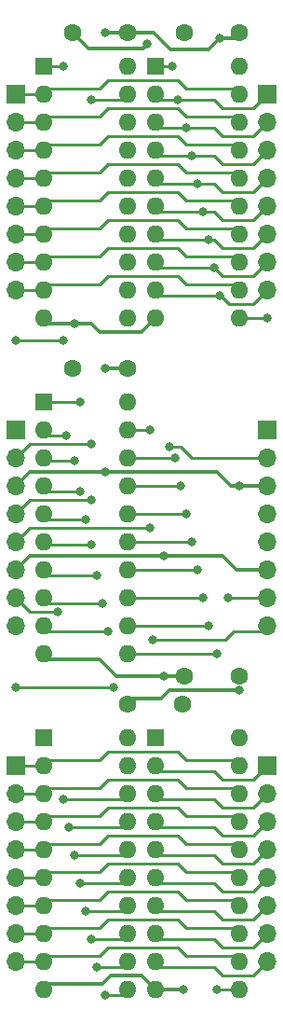
<source format=gbr>
%TF.GenerationSoftware,KiCad,Pcbnew,(5.1.8)-1*%
%TF.CreationDate,2022-06-03T11:47:02-06:00*%
%TF.ProjectId,Bus_Bridge,4275735f-4272-4696-9467-652e6b696361,rev?*%
%TF.SameCoordinates,Original*%
%TF.FileFunction,Copper,L1,Top*%
%TF.FilePolarity,Positive*%
%FSLAX46Y46*%
G04 Gerber Fmt 4.6, Leading zero omitted, Abs format (unit mm)*
G04 Created by KiCad (PCBNEW (5.1.8)-1) date 2022-06-03 11:47:02*
%MOMM*%
%LPD*%
G01*
G04 APERTURE LIST*
%TA.AperFunction,ComponentPad*%
%ADD10O,1.700000X1.700000*%
%TD*%
%TA.AperFunction,ComponentPad*%
%ADD11R,1.700000X1.700000*%
%TD*%
%TA.AperFunction,ComponentPad*%
%ADD12O,1.600000X1.600000*%
%TD*%
%TA.AperFunction,ComponentPad*%
%ADD13R,1.600000X1.600000*%
%TD*%
%TA.AperFunction,ComponentPad*%
%ADD14C,1.600000*%
%TD*%
%TA.AperFunction,ViaPad*%
%ADD15C,0.800000*%
%TD*%
%TA.AperFunction,Conductor*%
%ADD16C,0.330200*%
%TD*%
%TA.AperFunction,Conductor*%
%ADD17C,0.250000*%
%TD*%
G04 APERTURE END LIST*
D10*
%TO.P,J6,8*%
%TO.N,/BUS_D7*%
X104140000Y-111760000D03*
%TO.P,J6,7*%
%TO.N,/BUS_D6*%
X104140000Y-109220000D03*
%TO.P,J6,6*%
%TO.N,/BUS_D5*%
X104140000Y-106680000D03*
%TO.P,J6,5*%
%TO.N,/BUS_D4*%
X104140000Y-104140000D03*
%TO.P,J6,4*%
%TO.N,/BUS_D3*%
X104140000Y-101600000D03*
%TO.P,J6,3*%
%TO.N,/BUS_D2*%
X104140000Y-99060000D03*
%TO.P,J6,2*%
%TO.N,/BUS_D1*%
X104140000Y-96520000D03*
D11*
%TO.P,J6,1*%
%TO.N,/BUS_D0*%
X104140000Y-93980000D03*
%TD*%
D10*
%TO.P,J5,8*%
%TO.N,/8_15_573_E*%
X104140000Y-142240000D03*
%TO.P,J5,7*%
%TO.N,/8_15_573_LATCH*%
X104140000Y-139700000D03*
%TO.P,J5,6*%
%TO.N,/GND*%
X104140000Y-137160000D03*
%TO.P,J5,5*%
%TO.N,Net-(J5-Pad5)*%
X104140000Y-134620000D03*
%TO.P,J5,4*%
%TO.N,Net-(J5-Pad4)*%
X104140000Y-132080000D03*
%TO.P,J5,3*%
%TO.N,/5+*%
X104140000Y-129540000D03*
%TO.P,J5,2*%
%TO.N,/0_7_573_E*%
X104140000Y-127000000D03*
D11*
%TO.P,J5,1*%
%TO.N,/0_7_573_LATCH*%
X104140000Y-124460000D03*
%TD*%
D10*
%TO.P,J4,8*%
%TO.N,/BUS_D15*%
X104140000Y-172720000D03*
%TO.P,J4,7*%
%TO.N,/BUS_D14*%
X104140000Y-170180000D03*
%TO.P,J4,6*%
%TO.N,/BUS_D13*%
X104140000Y-167640000D03*
%TO.P,J4,5*%
%TO.N,/BUS_D12*%
X104140000Y-165100000D03*
%TO.P,J4,4*%
%TO.N,/BUS_D11*%
X104140000Y-162560000D03*
%TO.P,J4,3*%
%TO.N,/BUS_D10*%
X104140000Y-160020000D03*
%TO.P,J4,2*%
%TO.N,/BUS_D9*%
X104140000Y-157480000D03*
D11*
%TO.P,J4,1*%
%TO.N,/BUS_D8*%
X104140000Y-154940000D03*
%TD*%
D10*
%TO.P,J3,8*%
%TO.N,/8_15_245_E*%
X81280000Y-142240000D03*
%TO.P,J3,7*%
%TO.N,/8_15_245_DIR*%
X81280000Y-139700000D03*
%TO.P,J3,6*%
%TO.N,/GND*%
X81280000Y-137160000D03*
%TO.P,J3,5*%
%TO.N,/BRIDGE_E*%
X81280000Y-134620000D03*
%TO.P,J3,4*%
%TO.N,/BRIDGE_DIR*%
X81280000Y-132080000D03*
%TO.P,J3,3*%
%TO.N,/5+*%
X81280000Y-129540000D03*
%TO.P,J3,2*%
%TO.N,/0_7_245_E*%
X81280000Y-127000000D03*
D11*
%TO.P,J3,1*%
%TO.N,/0_7_245_DIR*%
X81280000Y-124460000D03*
%TD*%
D10*
%TO.P,J2,8*%
%TO.N,/CPU_D15*%
X81280000Y-172720000D03*
%TO.P,J2,7*%
%TO.N,/CPU_D14*%
X81280000Y-170180000D03*
%TO.P,J2,6*%
%TO.N,/CPU_D13*%
X81280000Y-167640000D03*
%TO.P,J2,5*%
%TO.N,/CPU_D12*%
X81280000Y-165100000D03*
%TO.P,J2,4*%
%TO.N,/CPU_D11*%
X81280000Y-162560000D03*
%TO.P,J2,3*%
%TO.N,/CPU_D10*%
X81280000Y-160020000D03*
%TO.P,J2,2*%
%TO.N,/CPU_D9*%
X81280000Y-157480000D03*
D11*
%TO.P,J2,1*%
%TO.N,/CPU_D8*%
X81280000Y-154940000D03*
%TD*%
D10*
%TO.P,J1,8*%
%TO.N,/CPU_D7*%
X81280000Y-111760000D03*
%TO.P,J1,7*%
%TO.N,/CPU_D6*%
X81280000Y-109220000D03*
%TO.P,J1,6*%
%TO.N,/CPU_D5*%
X81280000Y-106680000D03*
%TO.P,J1,5*%
%TO.N,/CPU_D4*%
X81280000Y-104140000D03*
%TO.P,J1,4*%
%TO.N,/CPU_D3*%
X81280000Y-101600000D03*
%TO.P,J1,3*%
%TO.N,/CPU_D2*%
X81280000Y-99060000D03*
%TO.P,J1,2*%
%TO.N,/CPU_D1*%
X81280000Y-96520000D03*
D11*
%TO.P,J1,1*%
%TO.N,/CPU_D0*%
X81280000Y-93980000D03*
%TD*%
D12*
%TO.P,U5,20*%
%TO.N,/5+*%
X101600000Y-91440000D03*
%TO.P,U5,10*%
%TO.N,/GND*%
X93980000Y-114300000D03*
%TO.P,U5,19*%
%TO.N,/CPU_D0*%
X101600000Y-93980000D03*
%TO.P,U5,9*%
%TO.N,/BUS_D7*%
X93980000Y-111760000D03*
%TO.P,U5,18*%
%TO.N,/CPU_D1*%
X101600000Y-96520000D03*
%TO.P,U5,8*%
%TO.N,/BUS_D6*%
X93980000Y-109220000D03*
%TO.P,U5,17*%
%TO.N,/CPU_D2*%
X101600000Y-99060000D03*
%TO.P,U5,7*%
%TO.N,/BUS_D5*%
X93980000Y-106680000D03*
%TO.P,U5,16*%
%TO.N,/CPU_D3*%
X101600000Y-101600000D03*
%TO.P,U5,6*%
%TO.N,/BUS_D4*%
X93980000Y-104140000D03*
%TO.P,U5,15*%
%TO.N,/CPU_D4*%
X101600000Y-104140000D03*
%TO.P,U5,5*%
%TO.N,/BUS_D3*%
X93980000Y-101600000D03*
%TO.P,U5,14*%
%TO.N,/CPU_D5*%
X101600000Y-106680000D03*
%TO.P,U5,4*%
%TO.N,/BUS_D2*%
X93980000Y-99060000D03*
%TO.P,U5,13*%
%TO.N,/CPU_D6*%
X101600000Y-109220000D03*
%TO.P,U5,3*%
%TO.N,/BUS_D1*%
X93980000Y-96520000D03*
%TO.P,U5,12*%
%TO.N,/CPU_D7*%
X101600000Y-111760000D03*
%TO.P,U5,2*%
%TO.N,/BUS_D0*%
X93980000Y-93980000D03*
%TO.P,U5,11*%
%TO.N,/0_7_573_LATCH*%
X101600000Y-114300000D03*
D13*
%TO.P,U5,1*%
%TO.N,/0_7_573_E*%
X93980000Y-91440000D03*
%TD*%
D12*
%TO.P,U4,20*%
%TO.N,/5+*%
X101600000Y-152400000D03*
%TO.P,U4,10*%
%TO.N,/GND*%
X93980000Y-175260000D03*
%TO.P,U4,19*%
%TO.N,/CPU_D8*%
X101600000Y-154940000D03*
%TO.P,U4,9*%
%TO.N,/BUS_D15*%
X93980000Y-172720000D03*
%TO.P,U4,18*%
%TO.N,/CPU_D9*%
X101600000Y-157480000D03*
%TO.P,U4,8*%
%TO.N,/BUS_D14*%
X93980000Y-170180000D03*
%TO.P,U4,17*%
%TO.N,/CPU_D10*%
X101600000Y-160020000D03*
%TO.P,U4,7*%
%TO.N,/BUS_D13*%
X93980000Y-167640000D03*
%TO.P,U4,16*%
%TO.N,/CPU_D11*%
X101600000Y-162560000D03*
%TO.P,U4,6*%
%TO.N,/BUS_D12*%
X93980000Y-165100000D03*
%TO.P,U4,15*%
%TO.N,/CPU_D12*%
X101600000Y-165100000D03*
%TO.P,U4,5*%
%TO.N,/BUS_D11*%
X93980000Y-162560000D03*
%TO.P,U4,14*%
%TO.N,/CPU_D13*%
X101600000Y-167640000D03*
%TO.P,U4,4*%
%TO.N,/BUS_D10*%
X93980000Y-160020000D03*
%TO.P,U4,13*%
%TO.N,/CPU_D14*%
X101600000Y-170180000D03*
%TO.P,U4,3*%
%TO.N,/BUS_D9*%
X93980000Y-157480000D03*
%TO.P,U4,12*%
%TO.N,/CPU_D15*%
X101600000Y-172720000D03*
%TO.P,U4,2*%
%TO.N,/BUS_D8*%
X93980000Y-154940000D03*
%TO.P,U4,11*%
%TO.N,/8_15_573_LATCH*%
X101600000Y-175260000D03*
D13*
%TO.P,U4,1*%
%TO.N,/8_15_573_E*%
X93980000Y-152400000D03*
%TD*%
D12*
%TO.P,U3,20*%
%TO.N,/5+*%
X91440000Y-121920000D03*
%TO.P,U3,10*%
%TO.N,/GND*%
X83820000Y-144780000D03*
%TO.P,U3,19*%
%TO.N,/BRIDGE_E*%
X91440000Y-124460000D03*
%TO.P,U3,9*%
%TO.N,/BUS_D15*%
X83820000Y-142240000D03*
%TO.P,U3,18*%
%TO.N,/BUS_D0*%
X91440000Y-127000000D03*
%TO.P,U3,8*%
%TO.N,/BUS_D14*%
X83820000Y-139700000D03*
%TO.P,U3,17*%
%TO.N,/BUS_D1*%
X91440000Y-129540000D03*
%TO.P,U3,7*%
%TO.N,/BUS_D13*%
X83820000Y-137160000D03*
%TO.P,U3,16*%
%TO.N,/BUS_D2*%
X91440000Y-132080000D03*
%TO.P,U3,6*%
%TO.N,/BUS_D12*%
X83820000Y-134620000D03*
%TO.P,U3,15*%
%TO.N,/BUS_D3*%
X91440000Y-134620000D03*
%TO.P,U3,5*%
%TO.N,/BUS_D11*%
X83820000Y-132080000D03*
%TO.P,U3,14*%
%TO.N,/BUS_D4*%
X91440000Y-137160000D03*
%TO.P,U3,4*%
%TO.N,/BUS_D10*%
X83820000Y-129540000D03*
%TO.P,U3,13*%
%TO.N,/BUS_D5*%
X91440000Y-139700000D03*
%TO.P,U3,3*%
%TO.N,/BUS_D9*%
X83820000Y-127000000D03*
%TO.P,U3,12*%
%TO.N,/BUS_D6*%
X91440000Y-142240000D03*
%TO.P,U3,2*%
%TO.N,/BUS_D8*%
X83820000Y-124460000D03*
%TO.P,U3,11*%
%TO.N,/BUS_D7*%
X91440000Y-144780000D03*
D13*
%TO.P,U3,1*%
%TO.N,/BRIDGE_DIR*%
X83820000Y-121920000D03*
%TD*%
D12*
%TO.P,U2,20*%
%TO.N,/5+*%
X91440000Y-152400000D03*
%TO.P,U2,10*%
%TO.N,/GND*%
X83820000Y-175260000D03*
%TO.P,U2,19*%
%TO.N,/8_15_245_E*%
X91440000Y-154940000D03*
%TO.P,U2,9*%
%TO.N,/CPU_D15*%
X83820000Y-172720000D03*
%TO.P,U2,18*%
%TO.N,/BUS_D8*%
X91440000Y-157480000D03*
%TO.P,U2,8*%
%TO.N,/CPU_D14*%
X83820000Y-170180000D03*
%TO.P,U2,17*%
%TO.N,/BUS_D9*%
X91440000Y-160020000D03*
%TO.P,U2,7*%
%TO.N,/CPU_D13*%
X83820000Y-167640000D03*
%TO.P,U2,16*%
%TO.N,/BUS_D10*%
X91440000Y-162560000D03*
%TO.P,U2,6*%
%TO.N,/CPU_D12*%
X83820000Y-165100000D03*
%TO.P,U2,15*%
%TO.N,/BUS_D11*%
X91440000Y-165100000D03*
%TO.P,U2,5*%
%TO.N,/CPU_D11*%
X83820000Y-162560000D03*
%TO.P,U2,14*%
%TO.N,/BUS_D12*%
X91440000Y-167640000D03*
%TO.P,U2,4*%
%TO.N,/CPU_D10*%
X83820000Y-160020000D03*
%TO.P,U2,13*%
%TO.N,/BUS_D13*%
X91440000Y-170180000D03*
%TO.P,U2,3*%
%TO.N,/CPU_D9*%
X83820000Y-157480000D03*
%TO.P,U2,12*%
%TO.N,/BUS_D14*%
X91440000Y-172720000D03*
%TO.P,U2,2*%
%TO.N,/CPU_D8*%
X83820000Y-154940000D03*
%TO.P,U2,11*%
%TO.N,/BUS_D15*%
X91440000Y-175260000D03*
D13*
%TO.P,U2,1*%
%TO.N,/8_15_245_DIR*%
X83820000Y-152400000D03*
%TD*%
D12*
%TO.P,U1,20*%
%TO.N,/5+*%
X91440000Y-91440000D03*
%TO.P,U1,10*%
%TO.N,/GND*%
X83820000Y-114300000D03*
%TO.P,U1,19*%
%TO.N,/0_7_245_E*%
X91440000Y-93980000D03*
%TO.P,U1,9*%
%TO.N,/CPU_D7*%
X83820000Y-111760000D03*
%TO.P,U1,18*%
%TO.N,/BUS_D0*%
X91440000Y-96520000D03*
%TO.P,U1,8*%
%TO.N,/CPU_D6*%
X83820000Y-109220000D03*
%TO.P,U1,17*%
%TO.N,/BUS_D1*%
X91440000Y-99060000D03*
%TO.P,U1,7*%
%TO.N,/CPU_D5*%
X83820000Y-106680000D03*
%TO.P,U1,16*%
%TO.N,/BUS_D2*%
X91440000Y-101600000D03*
%TO.P,U1,6*%
%TO.N,/CPU_D4*%
X83820000Y-104140000D03*
%TO.P,U1,15*%
%TO.N,/BUS_D3*%
X91440000Y-104140000D03*
%TO.P,U1,5*%
%TO.N,/CPU_D3*%
X83820000Y-101600000D03*
%TO.P,U1,14*%
%TO.N,/BUS_D4*%
X91440000Y-106680000D03*
%TO.P,U1,4*%
%TO.N,/CPU_D2*%
X83820000Y-99060000D03*
%TO.P,U1,13*%
%TO.N,/BUS_D5*%
X91440000Y-109220000D03*
%TO.P,U1,3*%
%TO.N,/CPU_D1*%
X83820000Y-96520000D03*
%TO.P,U1,12*%
%TO.N,/BUS_D6*%
X91440000Y-111760000D03*
%TO.P,U1,2*%
%TO.N,/CPU_D0*%
X83820000Y-93980000D03*
%TO.P,U1,11*%
%TO.N,/BUS_D7*%
X91440000Y-114300000D03*
D13*
%TO.P,U1,1*%
%TO.N,/0_7_245_DIR*%
X83820000Y-91440000D03*
%TD*%
D14*
%TO.P,C5,2*%
%TO.N,/GND*%
X96600000Y-88392000D03*
%TO.P,C5,1*%
%TO.N,/5+*%
X101600000Y-88392000D03*
%TD*%
%TO.P,C4,2*%
%TO.N,/GND*%
X96600000Y-146812000D03*
%TO.P,C4,1*%
%TO.N,/5+*%
X101600000Y-146812000D03*
%TD*%
%TO.P,C3,2*%
%TO.N,/GND*%
X86440000Y-118872000D03*
%TO.P,C3,1*%
%TO.N,/5+*%
X91440000Y-118872000D03*
%TD*%
%TO.P,C2,2*%
%TO.N,/GND*%
X96440000Y-149352000D03*
%TO.P,C2,1*%
%TO.N,/5+*%
X91440000Y-149352000D03*
%TD*%
%TO.P,C1,2*%
%TO.N,/GND*%
X86440000Y-88392000D03*
%TO.P,C1,1*%
%TO.N,/5+*%
X91440000Y-88392000D03*
%TD*%
D15*
%TO.N,/GND*%
X93218000Y-89408000D03*
X86614000Y-114808000D03*
X94742000Y-146812000D03*
X94742000Y-135890000D03*
X96520000Y-175260000D03*
%TO.N,/5+*%
X99822000Y-88900000D03*
X89408000Y-128270000D03*
X89408000Y-88392000D03*
X89408000Y-118872000D03*
X101600000Y-148082000D03*
X101600000Y-129540000D03*
%TO.N,/8_15_245_DIR*%
X85090000Y-140970000D03*
%TO.N,/BRIDGE_E*%
X93472000Y-133350000D03*
X93472000Y-124460000D03*
%TO.N,/BRIDGE_DIR*%
X88138000Y-130810000D03*
X87122000Y-121920000D03*
%TO.N,/0_7_245_E*%
X88138000Y-94488000D03*
X88138000Y-125730000D03*
%TO.N,/0_7_245_DIR*%
X85598000Y-91440000D03*
X85598000Y-116332000D03*
X81280000Y-116332000D03*
%TO.N,/BUS_D14*%
X88646000Y-173228000D03*
X89154000Y-140208000D03*
%TO.N,/BUS_D13*%
X88138000Y-170688000D03*
X88646000Y-137668000D03*
%TO.N,/BUS_D12*%
X87630000Y-168148000D03*
X88138000Y-134874000D03*
%TO.N,/BUS_D11*%
X87122000Y-165608000D03*
X87630000Y-132588000D03*
%TO.N,/BUS_D10*%
X86614000Y-163068000D03*
X87122000Y-130048000D03*
%TO.N,/BUS_D9*%
X86106000Y-160528000D03*
X86614000Y-127254000D03*
%TO.N,/BUS_D8*%
X85598000Y-157988000D03*
X85852000Y-124968000D03*
%TO.N,/8_15_573_LATCH*%
X100584000Y-139700000D03*
X99568000Y-175260000D03*
%TO.N,/0_7_573_E*%
X95504000Y-91440000D03*
X95250000Y-125984000D03*
%TO.N,/0_7_573_LATCH*%
X104140000Y-114300000D03*
%TO.N,/BUS_D6*%
X99314000Y-109728000D03*
X98806000Y-142240000D03*
%TO.N,/BUS_D5*%
X98806000Y-107188000D03*
X98298000Y-139700000D03*
%TO.N,/BUS_D4*%
X98298000Y-104648000D03*
X97790000Y-137160000D03*
%TO.N,/BUS_D3*%
X97790000Y-102108000D03*
X97282000Y-134620000D03*
%TO.N,/BUS_D2*%
X97282000Y-99568000D03*
X96774000Y-132080000D03*
%TO.N,/BUS_D1*%
X96774000Y-97028000D03*
X96266000Y-129540000D03*
%TO.N,/BUS_D0*%
X96012000Y-94488000D03*
X95758000Y-127000000D03*
%TO.N,/BUS_D7*%
X99822000Y-112268000D03*
X99568000Y-144780000D03*
%TO.N,/8_15_245_E*%
X90170000Y-147828000D03*
X81280000Y-147828000D03*
%TO.N,/BUS_D15*%
X89408000Y-175768000D03*
X89662000Y-142748000D03*
%TO.N,/8_15_573_E*%
X93726000Y-143510000D03*
%TD*%
D16*
%TO.N,/GND*%
X83820000Y-114300000D02*
X84328000Y-114808000D01*
X84328000Y-114808000D02*
X88138000Y-114808000D01*
X88900000Y-115570000D02*
X92710000Y-115570000D01*
X88138000Y-114808000D02*
X88900000Y-115570000D01*
X92710000Y-115570000D02*
X93980000Y-114300000D01*
X92818001Y-89807999D02*
X93218000Y-89408000D01*
X87855999Y-89807999D02*
X92818001Y-89807999D01*
X86440000Y-88392000D02*
X87855999Y-89807999D01*
X96600000Y-146812000D02*
X94742000Y-146812000D01*
X94742000Y-146812000D02*
X90424000Y-146812000D01*
X90424000Y-146812000D02*
X88900000Y-145288000D01*
X84328000Y-145288000D02*
X83820000Y-144780000D01*
X88900000Y-145288000D02*
X84328000Y-145288000D01*
X104140000Y-137160000D02*
X101346000Y-137160000D01*
X100076000Y-135890000D02*
X94742000Y-135890000D01*
X101346000Y-137160000D02*
X100076000Y-135890000D01*
X96520000Y-175260000D02*
X93980000Y-175260000D01*
X93980000Y-175260000D02*
X92710000Y-173990000D01*
X92710000Y-173990000D02*
X89916000Y-173990000D01*
X89916000Y-173990000D02*
X89154000Y-174752000D01*
X84328000Y-174752000D02*
X83820000Y-175260000D01*
X89154000Y-174752000D02*
X84328000Y-174752000D01*
X82546899Y-135893101D02*
X94173214Y-135893101D01*
X94176315Y-135890000D02*
X94742000Y-135890000D01*
X81280000Y-137160000D02*
X82546899Y-135893101D01*
X94173214Y-135893101D02*
X94176315Y-135890000D01*
%TO.N,/5+*%
X101092000Y-88900000D02*
X99822000Y-88900000D01*
X101600000Y-88392000D02*
X101092000Y-88900000D01*
X99822000Y-88900000D02*
X98806000Y-89916000D01*
X98806000Y-89916000D02*
X95307004Y-89916000D01*
X95307004Y-89916000D02*
X93783004Y-88392000D01*
X93783004Y-88392000D02*
X91440000Y-88392000D01*
X81280000Y-129540000D02*
X82550000Y-128270000D01*
X82550000Y-128270000D02*
X89408000Y-128270000D01*
X91440000Y-88392000D02*
X89408000Y-88392000D01*
X91440000Y-118872000D02*
X89408000Y-118872000D01*
X104140000Y-129540000D02*
X100838000Y-129540000D01*
X100838000Y-129540000D02*
X99568000Y-128270000D01*
X99568000Y-128270000D02*
X89408000Y-128270000D01*
X101600000Y-148082000D02*
X95250000Y-148082000D01*
X95250000Y-148082000D02*
X94488000Y-148844000D01*
X91948000Y-148844000D02*
X91440000Y-149352000D01*
X94488000Y-148844000D02*
X91948000Y-148844000D01*
D17*
%TO.N,/CPU_D6*%
X84328000Y-108712000D02*
X88900000Y-108712000D01*
X88900000Y-108712000D02*
X89662000Y-107950000D01*
X89662000Y-107950000D02*
X96012000Y-107950000D01*
X83820000Y-109220000D02*
X84328000Y-108712000D01*
X96774000Y-108712000D02*
X101092000Y-108712000D01*
X96012000Y-107950000D02*
X96774000Y-108712000D01*
X101092000Y-108712000D02*
X101600000Y-109220000D01*
X81280000Y-109220000D02*
X83820000Y-109220000D01*
%TO.N,/CPU_D5*%
X84328000Y-106172000D02*
X88900000Y-106172000D01*
X89662000Y-105410000D02*
X96012000Y-105410000D01*
X88900000Y-106172000D02*
X89662000Y-105410000D01*
X83820000Y-106680000D02*
X84328000Y-106172000D01*
X96774000Y-106172000D02*
X101092000Y-106172000D01*
X96012000Y-105410000D02*
X96774000Y-106172000D01*
X101092000Y-106172000D02*
X101600000Y-106680000D01*
X81280000Y-106680000D02*
X83820000Y-106680000D01*
%TO.N,/CPU_D4*%
X81280000Y-104140000D02*
X83820000Y-104140000D01*
X96012000Y-102870000D02*
X96774000Y-103632000D01*
X88900000Y-103632000D02*
X89662000Y-102870000D01*
X96774000Y-103632000D02*
X101092000Y-103632000D01*
X84328000Y-103632000D02*
X88900000Y-103632000D01*
X83820000Y-104140000D02*
X84328000Y-103632000D01*
X89662000Y-102870000D02*
X96012000Y-102870000D01*
X101092000Y-103632000D02*
X101600000Y-104140000D01*
%TO.N,/CPU_D3*%
X96774000Y-101092000D02*
X101092000Y-101092000D01*
X89662000Y-100330000D02*
X96012000Y-100330000D01*
X96012000Y-100330000D02*
X96774000Y-101092000D01*
X84328000Y-101092000D02*
X88900000Y-101092000D01*
X83820000Y-101600000D02*
X84328000Y-101092000D01*
X101092000Y-101092000D02*
X101600000Y-101600000D01*
X88900000Y-101092000D02*
X89662000Y-100330000D01*
X81280000Y-101600000D02*
X83820000Y-101600000D01*
%TO.N,/CPU_D2*%
X81280000Y-99060000D02*
X83820000Y-99060000D01*
X88900000Y-98552000D02*
X89662000Y-97790000D01*
X96012000Y-97790000D02*
X96774000Y-98552000D01*
X96774000Y-98552000D02*
X101092000Y-98552000D01*
X101092000Y-98552000D02*
X101600000Y-99060000D01*
X83820000Y-99060000D02*
X84328000Y-98552000D01*
X89662000Y-97790000D02*
X96012000Y-97790000D01*
X84328000Y-98552000D02*
X88900000Y-98552000D01*
%TO.N,/CPU_D1*%
X81280000Y-96520000D02*
X83820000Y-96520000D01*
X96012000Y-95250000D02*
X96774000Y-96012000D01*
X83820000Y-96520000D02*
X84328000Y-96012000D01*
X88900000Y-96012000D02*
X89662000Y-95250000D01*
X84328000Y-96012000D02*
X88900000Y-96012000D01*
X89662000Y-95250000D02*
X96012000Y-95250000D01*
X96774000Y-96012000D02*
X101092000Y-96012000D01*
X101092000Y-96012000D02*
X101600000Y-96520000D01*
%TO.N,/CPU_D0*%
X81280000Y-93980000D02*
X83820000Y-93980000D01*
X96774000Y-93472000D02*
X101092000Y-93472000D01*
X89662000Y-92710000D02*
X96012000Y-92710000D01*
X88900000Y-93472000D02*
X89662000Y-92710000D01*
X96012000Y-92710000D02*
X96774000Y-93472000D01*
X101092000Y-93472000D02*
X101600000Y-93980000D01*
X84328000Y-93472000D02*
X88900000Y-93472000D01*
X83820000Y-93980000D02*
X84328000Y-93472000D01*
%TO.N,/CPU_D14*%
X81280000Y-170180000D02*
X83820000Y-170180000D01*
X89662000Y-168910000D02*
X96012000Y-168910000D01*
X101092000Y-169672000D02*
X101600000Y-170180000D01*
X96774000Y-169672000D02*
X101092000Y-169672000D01*
X84328000Y-169672000D02*
X88900000Y-169672000D01*
X88900000Y-169672000D02*
X89662000Y-168910000D01*
X83820000Y-170180000D02*
X84328000Y-169672000D01*
X96012000Y-168910000D02*
X96774000Y-169672000D01*
%TO.N,/CPU_D13*%
X81280000Y-167640000D02*
X83820000Y-167640000D01*
X84328000Y-167132000D02*
X88900000Y-167132000D01*
X88900000Y-167132000D02*
X89662000Y-166370000D01*
X89662000Y-166370000D02*
X96012000Y-166370000D01*
X83820000Y-167640000D02*
X84328000Y-167132000D01*
X96774000Y-167132000D02*
X101092000Y-167132000D01*
X96012000Y-166370000D02*
X96774000Y-167132000D01*
X101092000Y-167132000D02*
X101600000Y-167640000D01*
%TO.N,/CPU_D12*%
X81280000Y-165100000D02*
X83820000Y-165100000D01*
X84328000Y-164592000D02*
X88900000Y-164592000D01*
X89662000Y-163830000D02*
X96012000Y-163830000D01*
X88900000Y-164592000D02*
X89662000Y-163830000D01*
X83820000Y-165100000D02*
X84328000Y-164592000D01*
X96774000Y-164592000D02*
X101092000Y-164592000D01*
X96012000Y-163830000D02*
X96774000Y-164592000D01*
X101092000Y-164592000D02*
X101600000Y-165100000D01*
%TO.N,/CPU_D11*%
X81280000Y-162560000D02*
X83820000Y-162560000D01*
X96012000Y-161290000D02*
X96774000Y-162052000D01*
X88900000Y-162052000D02*
X89662000Y-161290000D01*
X96774000Y-162052000D02*
X101092000Y-162052000D01*
X84328000Y-162052000D02*
X88900000Y-162052000D01*
X83820000Y-162560000D02*
X84328000Y-162052000D01*
X89662000Y-161290000D02*
X96012000Y-161290000D01*
X101092000Y-162052000D02*
X101600000Y-162560000D01*
%TO.N,/CPU_D10*%
X81280000Y-160020000D02*
X83820000Y-160020000D01*
X96774000Y-159512000D02*
X101092000Y-159512000D01*
X89662000Y-158750000D02*
X96012000Y-158750000D01*
X96012000Y-158750000D02*
X96774000Y-159512000D01*
X84328000Y-159512000D02*
X88900000Y-159512000D01*
X83820000Y-160020000D02*
X84328000Y-159512000D01*
X101092000Y-159512000D02*
X101600000Y-160020000D01*
X88900000Y-159512000D02*
X89662000Y-158750000D01*
%TO.N,/CPU_D9*%
X81280000Y-157480000D02*
X83820000Y-157480000D01*
X88900000Y-156972000D02*
X89662000Y-156210000D01*
X96012000Y-156210000D02*
X96774000Y-156972000D01*
X96774000Y-156972000D02*
X101092000Y-156972000D01*
X101092000Y-156972000D02*
X101600000Y-157480000D01*
X83820000Y-157480000D02*
X84328000Y-156972000D01*
X89662000Y-156210000D02*
X96012000Y-156210000D01*
X84328000Y-156972000D02*
X88900000Y-156972000D01*
%TO.N,/CPU_D8*%
X81280000Y-154940000D02*
X83820000Y-154940000D01*
X101092000Y-154432000D02*
X101600000Y-154940000D01*
X96774000Y-154432000D02*
X101092000Y-154432000D01*
X89662000Y-153670000D02*
X96012000Y-153670000D01*
X88900000Y-154432000D02*
X89662000Y-153670000D01*
X84328000Y-154432000D02*
X88900000Y-154432000D01*
X96012000Y-153670000D02*
X96774000Y-154432000D01*
X83820000Y-154940000D02*
X84328000Y-154432000D01*
%TO.N,/8_15_245_DIR*%
X82550000Y-140970000D02*
X85090000Y-140970000D01*
X81280000Y-139700000D02*
X82550000Y-140970000D01*
%TO.N,/BRIDGE_E*%
X81280000Y-134620000D02*
X82550000Y-133350000D01*
X82550000Y-133350000D02*
X93472000Y-133350000D01*
X93472000Y-124460000D02*
X91440000Y-124460000D01*
%TO.N,/BRIDGE_DIR*%
X81280000Y-132080000D02*
X82550000Y-130810000D01*
X82550000Y-130810000D02*
X88138000Y-130810000D01*
X83820000Y-121920000D02*
X87122000Y-121920000D01*
%TO.N,/0_7_245_E*%
X90932000Y-94488000D02*
X88138000Y-94488000D01*
X91440000Y-93980000D02*
X90932000Y-94488000D01*
X82550000Y-125730000D02*
X81280000Y-127000000D01*
X88138000Y-125730000D02*
X82550000Y-125730000D01*
%TO.N,/0_7_245_DIR*%
X83820000Y-91440000D02*
X85598000Y-91440000D01*
X85598000Y-116332000D02*
X81280000Y-116332000D01*
%TO.N,/BUS_D14*%
X93980000Y-170180000D02*
X94488000Y-170688000D01*
X99314000Y-170688000D02*
X100076000Y-171450000D01*
X102870000Y-171450000D02*
X104140000Y-170180000D01*
X100076000Y-171450000D02*
X102870000Y-171450000D01*
X94488000Y-170688000D02*
X99314000Y-170688000D01*
X90932000Y-173228000D02*
X88646000Y-173228000D01*
X91440000Y-172720000D02*
X90932000Y-173228000D01*
X84328000Y-140208000D02*
X83820000Y-139700000D01*
X89154000Y-140208000D02*
X84328000Y-140208000D01*
%TO.N,/BUS_D13*%
X102870000Y-168910000D02*
X104140000Y-167640000D01*
X100076000Y-168910000D02*
X102870000Y-168910000D01*
X99314000Y-168148000D02*
X100076000Y-168910000D01*
X94488000Y-168148000D02*
X99314000Y-168148000D01*
X93980000Y-167640000D02*
X94488000Y-168148000D01*
X90932000Y-170688000D02*
X88138000Y-170688000D01*
X91440000Y-170180000D02*
X90932000Y-170688000D01*
X84328000Y-137668000D02*
X83820000Y-137160000D01*
X88646000Y-137668000D02*
X84328000Y-137668000D01*
%TO.N,/BUS_D12*%
X100076000Y-166370000D02*
X102870000Y-166370000D01*
X93980000Y-165100000D02*
X94488000Y-165608000D01*
X102870000Y-166370000D02*
X104140000Y-165100000D01*
X99314000Y-165608000D02*
X100076000Y-166370000D01*
X94488000Y-165608000D02*
X99314000Y-165608000D01*
X90932000Y-168148000D02*
X87630000Y-168148000D01*
X91440000Y-167640000D02*
X90932000Y-168148000D01*
X84074000Y-134874000D02*
X88138000Y-134874000D01*
X83820000Y-134620000D02*
X84074000Y-134874000D01*
%TO.N,/BUS_D11*%
X102870000Y-163830000D02*
X104140000Y-162560000D01*
X94488000Y-163068000D02*
X99314000Y-163068000D01*
X99314000Y-163068000D02*
X100076000Y-163830000D01*
X93980000Y-162560000D02*
X94488000Y-163068000D01*
X100076000Y-163830000D02*
X102870000Y-163830000D01*
X90932000Y-165608000D02*
X87122000Y-165608000D01*
X91440000Y-165100000D02*
X90932000Y-165608000D01*
X84328000Y-132588000D02*
X83820000Y-132080000D01*
X87630000Y-132588000D02*
X84328000Y-132588000D01*
%TO.N,/BUS_D10*%
X94488000Y-160528000D02*
X99314000Y-160528000D01*
X100076000Y-161290000D02*
X102870000Y-161290000D01*
X102870000Y-161290000D02*
X104140000Y-160020000D01*
X93980000Y-160020000D02*
X94488000Y-160528000D01*
X99314000Y-160528000D02*
X100076000Y-161290000D01*
X90932000Y-163068000D02*
X86614000Y-163068000D01*
X91440000Y-162560000D02*
X90932000Y-163068000D01*
X84328000Y-130048000D02*
X83820000Y-129540000D01*
X87122000Y-130048000D02*
X84328000Y-130048000D01*
%TO.N,/BUS_D9*%
X99314000Y-157988000D02*
X100076000Y-158750000D01*
X102870000Y-158750000D02*
X104140000Y-157480000D01*
X94488000Y-157988000D02*
X99314000Y-157988000D01*
X100076000Y-158750000D02*
X102870000Y-158750000D01*
X93980000Y-157480000D02*
X94488000Y-157988000D01*
X90932000Y-160528000D02*
X86106000Y-160528000D01*
X91440000Y-160020000D02*
X90932000Y-160528000D01*
X84074000Y-127254000D02*
X86614000Y-127254000D01*
X83820000Y-127000000D02*
X84074000Y-127254000D01*
%TO.N,/BUS_D8*%
X94488000Y-155448000D02*
X99314000Y-155448000D01*
X102870000Y-156210000D02*
X104140000Y-154940000D01*
X100076000Y-156210000D02*
X102870000Y-156210000D01*
X99314000Y-155448000D02*
X100076000Y-156210000D01*
X93980000Y-154940000D02*
X94488000Y-155448000D01*
X90932000Y-157988000D02*
X85598000Y-157988000D01*
X91440000Y-157480000D02*
X90932000Y-157988000D01*
X84328000Y-124968000D02*
X83820000Y-124460000D01*
X85852000Y-124968000D02*
X84328000Y-124968000D01*
%TO.N,/8_15_573_LATCH*%
X104140000Y-139700000D02*
X100584000Y-139700000D01*
X101600000Y-175260000D02*
X99568000Y-175260000D01*
%TO.N,/0_7_573_E*%
X93980000Y-91440000D02*
X95504000Y-91440000D01*
X95250000Y-125984000D02*
X96266000Y-125984000D01*
X97282000Y-127000000D02*
X104140000Y-127000000D01*
X96266000Y-125984000D02*
X97282000Y-127000000D01*
%TO.N,/0_7_573_LATCH*%
X104140000Y-114300000D02*
X101600000Y-114300000D01*
%TO.N,/BUS_D6*%
X100076000Y-110490000D02*
X102870000Y-110490000D01*
X93980000Y-109220000D02*
X94488000Y-109728000D01*
X102870000Y-110490000D02*
X104140000Y-109220000D01*
X99314000Y-109728000D02*
X100076000Y-110490000D01*
X94488000Y-109728000D02*
X99314000Y-109728000D01*
X98806000Y-142240000D02*
X91440000Y-142240000D01*
%TO.N,/BUS_D5*%
X93980000Y-106680000D02*
X94488000Y-107188000D01*
X99314000Y-107188000D02*
X100076000Y-107950000D01*
X102870000Y-107950000D02*
X104140000Y-106680000D01*
X100076000Y-107950000D02*
X102870000Y-107950000D01*
X94488000Y-107188000D02*
X99314000Y-107188000D01*
X91440000Y-139700000D02*
X98298000Y-139700000D01*
%TO.N,/BUS_D4*%
X102870000Y-105410000D02*
X104140000Y-104140000D01*
X94488000Y-104648000D02*
X99314000Y-104648000D01*
X99314000Y-104648000D02*
X100076000Y-105410000D01*
X93980000Y-104140000D02*
X94488000Y-104648000D01*
X100076000Y-105410000D02*
X102870000Y-105410000D01*
X97790000Y-137160000D02*
X91440000Y-137160000D01*
%TO.N,/BUS_D3*%
X94488000Y-102108000D02*
X99314000Y-102108000D01*
X100076000Y-102870000D02*
X102870000Y-102870000D01*
X102870000Y-102870000D02*
X104140000Y-101600000D01*
X93980000Y-101600000D02*
X94488000Y-102108000D01*
X99314000Y-102108000D02*
X100076000Y-102870000D01*
X91440000Y-134620000D02*
X97282000Y-134620000D01*
%TO.N,/BUS_D2*%
X99314000Y-99568000D02*
X100076000Y-100330000D01*
X102870000Y-100330000D02*
X104140000Y-99060000D01*
X94488000Y-99568000D02*
X99314000Y-99568000D01*
X100076000Y-100330000D02*
X102870000Y-100330000D01*
X93980000Y-99060000D02*
X94488000Y-99568000D01*
X96774000Y-132080000D02*
X91440000Y-132080000D01*
%TO.N,/BUS_D1*%
X94488000Y-97028000D02*
X96266000Y-97028000D01*
X102870000Y-97790000D02*
X104140000Y-96520000D01*
X100076000Y-97790000D02*
X102870000Y-97790000D01*
X99314000Y-97028000D02*
X100076000Y-97790000D01*
X93980000Y-96520000D02*
X94488000Y-97028000D01*
X96266000Y-97028000D02*
X99314000Y-97028000D01*
X91440000Y-129540000D02*
X96266000Y-129540000D01*
%TO.N,/BUS_D0*%
X94488000Y-94488000D02*
X99314000Y-94488000D01*
X99314000Y-94488000D02*
X100076000Y-95250000D01*
X100076000Y-95250000D02*
X102870000Y-95250000D01*
X102870000Y-95250000D02*
X104140000Y-93980000D01*
X93980000Y-93980000D02*
X94488000Y-94488000D01*
X95758000Y-127000000D02*
X91440000Y-127000000D01*
%TO.N,/CPU_D7*%
X89662000Y-110490000D02*
X96012000Y-110490000D01*
X101092000Y-111252000D02*
X101600000Y-111760000D01*
X96774000Y-111252000D02*
X101092000Y-111252000D01*
X84328000Y-111252000D02*
X88900000Y-111252000D01*
X88900000Y-111252000D02*
X89662000Y-110490000D01*
X83820000Y-111760000D02*
X84328000Y-111252000D01*
X96012000Y-110490000D02*
X96774000Y-111252000D01*
X81280000Y-111760000D02*
X83820000Y-111760000D01*
%TO.N,/BUS_D7*%
X102870000Y-113030000D02*
X104140000Y-111760000D01*
X100647500Y-113030000D02*
X102870000Y-113030000D01*
X99885500Y-112268000D02*
X100647500Y-113030000D01*
X94488000Y-112268000D02*
X99822000Y-112268000D01*
X93980000Y-111760000D02*
X94488000Y-112268000D01*
X99822000Y-112268000D02*
X99885500Y-112268000D01*
X91440000Y-144780000D02*
X99568000Y-144780000D01*
%TO.N,/8_15_245_E*%
X90170000Y-147828000D02*
X81280000Y-147828000D01*
%TO.N,/CPU_D15*%
X88900000Y-172212000D02*
X89662000Y-171450000D01*
X96012000Y-171450000D02*
X96774000Y-172212000D01*
X84328000Y-172212000D02*
X88900000Y-172212000D01*
X89662000Y-171450000D02*
X96012000Y-171450000D01*
X101092000Y-172212000D02*
X101600000Y-172720000D01*
X83820000Y-172720000D02*
X84328000Y-172212000D01*
X96774000Y-172212000D02*
X101092000Y-172212000D01*
X81280000Y-172720000D02*
X83820000Y-172720000D01*
%TO.N,/BUS_D15*%
X100076000Y-173990000D02*
X102870000Y-173990000D01*
X93980000Y-172720000D02*
X94488000Y-173228000D01*
X102870000Y-173990000D02*
X104140000Y-172720000D01*
X99314000Y-173228000D02*
X100076000Y-173990000D01*
X94488000Y-173228000D02*
X99314000Y-173228000D01*
X90932000Y-175768000D02*
X89408000Y-175768000D01*
X91440000Y-175260000D02*
X90932000Y-175768000D01*
X84328000Y-142748000D02*
X83820000Y-142240000D01*
X89662000Y-142748000D02*
X84328000Y-142748000D01*
%TO.N,/8_15_573_E*%
X93726000Y-143510000D02*
X100330000Y-143510000D01*
X100330000Y-143510000D02*
X101092000Y-142748000D01*
X103632000Y-142748000D02*
X104140000Y-142240000D01*
X101092000Y-142748000D02*
X103632000Y-142748000D01*
%TD*%
M02*

</source>
